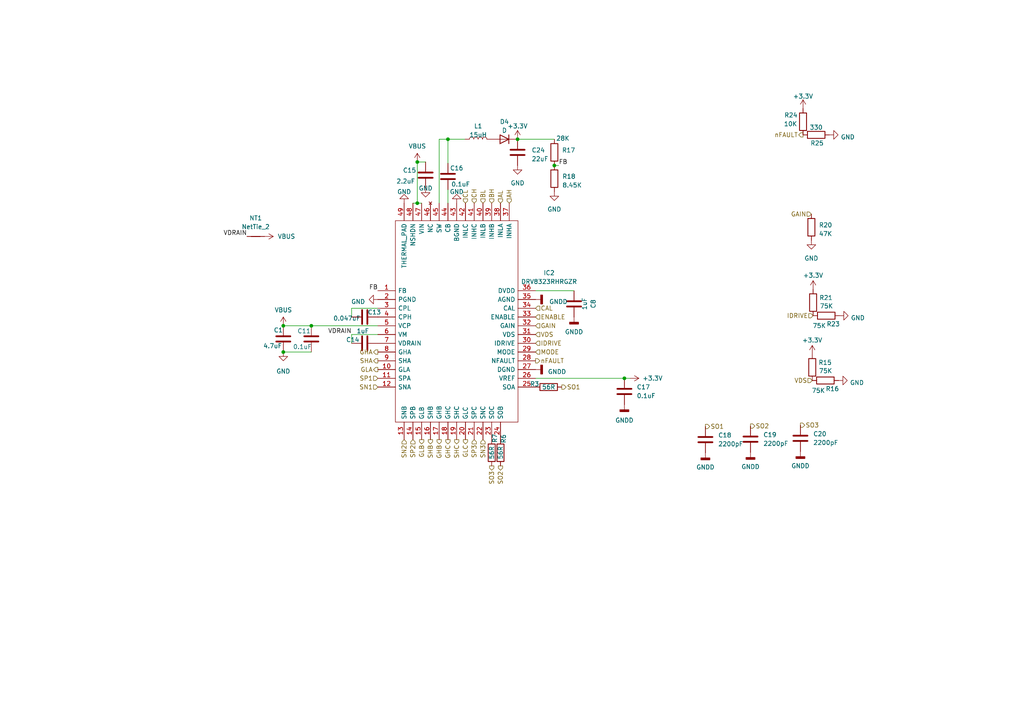
<source format=kicad_sch>
(kicad_sch (version 20221206) (generator eeschema)
  (paper "A4")
  (lib_symbols
    (symbol "+3.3V_1" (power) (pin_names (offset 0))
      (property "Value" "+3.3V_1" (at 0 3.556 0))
      (symbol "+3.3V_1_0_1"
        (polyline (pts (xy -0.762 1.27) (xy 0 2.54)))
        (polyline (pts (xy 0 0) (xy 0 2.54)))
        (polyline (pts (xy 0 2.54) (xy 0.762 1.27)))
      )
      (symbol "+3.3V_1_1_1"
        (pin power_in line (at 0 0 90) (length 0) hide (name "+3.3V") (number "1"))
      )
    )
    (symbol "+3.3V_2" (power) (pin_names (offset 0))
      (property "Value" "+3.3V_2" (at 0 3.556 0))
      (symbol "+3.3V_2_0_1"
        (polyline (pts (xy -0.762 1.27) (xy 0 2.54)))
        (polyline (pts (xy 0 0) (xy 0 2.54)))
        (polyline (pts (xy 0 2.54) (xy 0.762 1.27)))
      )
      (symbol "+3.3V_2_1_1"
        (pin power_in line (at 0 0 90) (length 0) hide (name "+3.3V") (number "1"))
      )
    )
    (symbol "+3.3V_3" (power) (pin_names (offset 0))
      (property "Value" "+3.3V_3" (at 0 3.556 0))
      (symbol "+3.3V_3_0_1"
        (polyline (pts (xy -0.762 1.27) (xy 0 2.54)))
        (polyline (pts (xy 0 0) (xy 0 2.54)))
        (polyline (pts (xy 0 2.54) (xy 0.762 1.27)))
      )
      (symbol "+3.3V_3_1_1"
        (pin power_in line (at 0 0 90) (length 0) hide (name "+3.3V") (number "1"))
      )
    )
    (symbol "DRV8323RHRGZR:DRV8323RHRGZR" (pin_names (offset 0.762))
      (property "Reference" "IC" (at 41.91 25.4 0))
      (property "Value" "DRV8323RHRGZR" (at 41.91 22.86 0))
      (symbol "DRV8323RHRGZR_0_0"
        (pin passive line (at 0 0 0) (length 5.08) (name "FB") (number "1"))
        (pin passive line (at 0 -22.86 0) (length 5.08) (name "GLA") (number "10"))
        (pin passive line (at 0 -25.4 0) (length 5.08) (name "SPA") (number "11"))
        (pin passive line (at 0 -27.94 0) (length 5.08) (name "SNA") (number "12"))
        (pin passive line (at 7.62 -43.18 90) (length 5.08) (name "SNB") (number "13"))
        (pin passive line (at 10.16 -43.18 90) (length 5.08) (name "SPB") (number "14"))
        (pin passive line (at 12.7 -43.18 90) (length 5.08) (name "GLB") (number "15"))
        (pin passive line (at 15.24 -43.18 90) (length 5.08) (name "SHB") (number "16"))
        (pin passive line (at 17.78 -43.18 90) (length 5.08) (name "GHB") (number "17"))
        (pin passive line (at 20.32 -43.18 90) (length 5.08) (name "GHC") (number "18"))
        (pin passive line (at 22.86 -43.18 90) (length 5.08) (name "SHC") (number "19"))
        (pin passive line (at 0 -2.54 0) (length 5.08) (name "PGND") (number "2"))
        (pin passive line (at 25.4 -43.18 90) (length 5.08) (name "GLC") (number "20"))
        (pin passive line (at 27.94 -43.18 90) (length 5.08) (name "SPC") (number "21"))
        (pin passive line (at 30.48 -43.18 90) (length 5.08) (name "SNC") (number "22"))
        (pin passive line (at 33.02 -43.18 90) (length 5.08) (name "SOC") (number "23"))
        (pin passive line (at 35.56 -43.18 90) (length 5.08) (name "SOB") (number "24"))
        (pin passive line (at 45.72 -27.94 180) (length 5.08) (name "SOA") (number "25"))
        (pin passive line (at 45.72 -25.4 180) (length 5.08) (name "VREF") (number "26"))
        (pin passive line (at 45.72 -22.86 180) (length 5.08) (name "DGND") (number "27"))
        (pin passive line (at 45.72 -20.32 180) (length 5.08) (name "NFAULT") (number "28"))
        (pin passive line (at 45.72 -17.78 180) (length 5.08) (name "MODE") (number "29"))
        (pin passive line (at 0 -5.08 0) (length 5.08) (name "CPL") (number "3"))
        (pin passive line (at 45.72 -15.24 180) (length 5.08) (name "IDRIVE") (number "30"))
        (pin passive line (at 45.72 -12.7 180) (length 5.08) (name "VDS") (number "31"))
        (pin passive line (at 45.72 -10.16 180) (length 5.08) (name "GAIN") (number "32"))
        (pin passive line (at 45.72 -7.62 180) (length 5.08) (name "ENABLE") (number "33"))
        (pin passive line (at 45.72 -5.08 180) (length 5.08) (name "CAL") (number "34"))
        (pin passive line (at 45.72 -2.54 180) (length 5.08) (name "AGND") (number "35"))
        (pin passive line (at 45.72 0 180) (length 5.08) (name "DVDD") (number "36"))
        (pin passive line (at 38.1 25.4 270) (length 5.08) (name "INHA") (number "37"))
        (pin passive line (at 35.56 25.4 270) (length 5.08) (name "INLA") (number "38"))
        (pin passive line (at 33.02 25.4 270) (length 5.08) (name "INHB") (number "39"))
        (pin passive line (at 0 -7.62 0) (length 5.08) (name "CPH") (number "4"))
        (pin passive line (at 30.48 25.4 270) (length 5.08) (name "INLB") (number "40"))
        (pin passive line (at 27.94 25.4 270) (length 5.08) (name "INHC") (number "41"))
        (pin passive line (at 25.4 25.4 270) (length 5.08) (name "INLC") (number "42"))
        (pin passive line (at 22.86 25.4 270) (length 5.08) (name "BGND") (number "43"))
        (pin passive line (at 20.32 25.4 270) (length 5.08) (name "CB") (number "44"))
        (pin passive line (at 17.78 25.4 270) (length 5.08) (name "SW") (number "45"))
        (pin no_connect line (at 15.24 25.4 270) (length 5.08) (name "NC") (number "46"))
        (pin passive line (at 12.7 25.4 270) (length 5.08) (name "VIN") (number "47"))
        (pin passive line (at 10.16 25.4 270) (length 5.08) (name "NSHDN") (number "48"))
        (pin passive line (at 7.62 25.4 270) (length 5.08) (name "THERMAL_PAD") (number "49"))
        (pin passive line (at 0 -10.16 0) (length 5.08) (name "VCP") (number "5"))
        (pin passive line (at 0 -12.7 0) (length 5.08) (name "VM") (number "6"))
        (pin passive line (at 0 -15.24 0) (length 5.08) (name "VDRAIN") (number "7"))
        (pin passive line (at 0 -17.78 0) (length 5.08) (name "GHA") (number "8"))
        (pin passive line (at 0 -20.32 0) (length 5.08) (name "SHA") (number "9"))
      )
      (symbol "DRV8323RHRGZR_0_1"
        (polyline (pts (xy 5.08 20.32) (xy 40.64 20.32) (xy 40.64 -38.1) (xy 5.08 -38.1) (xy 5.08 20.32)) (stroke (width 0.1524)))
      )
    )
    (symbol "Device:C" (pin_numbers hide) (pin_names (offset 0.254))
      (property "Reference" "C" (at 0.635 2.54 0))
      (property "Value" "C" (at 0.635 -2.54 0))
      (symbol "C_0_1"
        (polyline (pts (xy -2.032 -0.762) (xy 2.032 -0.762)) (stroke (width 0.508)))
        (polyline (pts (xy -2.032 0.762) (xy 2.032 0.762)) (stroke (width 0.508)))
      )
      (symbol "C_1_1"
        (pin passive line (at 0 3.81 270) (length 2.794) (name "~") (number "1"))
        (pin passive line (at 0 -3.81 90) (length 2.794) (name "~") (number "2"))
      )
    )
    (symbol "Device:D" (pin_numbers hide) (pin_names (offset 1.016) hide)
      (property "Reference" "D" (at 0 2.54 0))
      (property "Value" "D" (at 0 -2.54 0))
      (symbol "D_0_1"
        (polyline (pts (xy -1.27 1.27) (xy -1.27 -1.27)) (stroke (width 0.254)))
        (polyline (pts (xy 1.27 0) (xy -1.27 0)))
        (polyline (pts (xy 1.27 1.27) (xy 1.27 -1.27) (xy -1.27 0) (xy 1.27 1.27)) (stroke (width 0.254)))
      )
      (symbol "D_1_1"
        (pin passive line (at -3.81 0 0) (length 2.54) (name "K") (number "1"))
        (pin passive line (at 3.81 0 180) (length 2.54) (name "A") (number "2"))
      )
    )
    (symbol "Device:L" (pin_numbers hide) (pin_names (offset 1.016) hide)
      (property "Reference" "L" (at -1.27 0 90))
      (property "Value" "L" (at 1.905 0 90))
      (symbol "L_0_1"
        (arc (start 0 -2.54) (mid 0.6323 -1.905) (end 0 -1.27))
        (arc (start 0 -1.27) (mid 0.6323 -0.635) (end 0 0))
        (arc (start 0 0) (mid 0.6323 0.635) (end 0 1.27))
        (arc (start 0 1.27) (mid 0.6323 1.905) (end 0 2.54))
      )
      (symbol "L_1_1"
        (pin passive line (at 0 3.81 270) (length 1.27) (name "1") (number "1"))
        (pin passive line (at 0 -3.81 90) (length 1.27) (name "2") (number "2"))
      )
    )
    (symbol "Device:NetTie_2" (pin_numbers hide) (pin_names (offset 0) hide)
      (property "Reference" "NT" (at 0 1.27 0))
      (property "Value" "NetTie_2" (at 0 -1.27 0))
      (symbol "NetTie_2_0_1"
        (polyline (pts (xy -1.27 0) (xy 1.27 0)) (stroke (width 0.254)))
      )
      (symbol "NetTie_2_1_1"
        (pin passive line (at -2.54 0 0) (length 2.54) (name "1") (number "1"))
        (pin passive line (at 2.54 0 180) (length 2.54) (name "2") (number "2"))
      )
    )
    (symbol "Device:R" (pin_numbers hide) (pin_names (offset 0))
      (property "Reference" "R" (at 2.032 0 90))
      (property "Value" "R" (at 0 0 90))
      (symbol "R_0_1"
        (rectangle (start -1.016 -2.54) (end 1.016 2.54) (stroke (width 0.254)))
      )
      (symbol "R_1_1"
        (pin passive line (at 0 3.81 270) (length 1.27) (name "~") (number "1"))
        (pin passive line (at 0 -3.81 90) (length 1.27) (name "~") (number "2"))
      )
    )
    (symbol "GND_1" (power) (pin_names (offset 0))
      (property "Value" "GND_1" (at 0 -3.81 0))
      (symbol "GND_1_0_1"
        (polyline (pts (xy 0 0) (xy 0 -1.27) (xy 1.27 -1.27) (xy 0 -2.54) (xy -1.27 -1.27) (xy 0 -1.27)))
      )
      (symbol "GND_1_1_1"
        (pin power_in line (at 0 0 270) (length 0) hide (name "GND") (number "1"))
      )
    )
    (symbol "GND_2" (power) (pin_names (offset 0))
      (property "Value" "GND_2" (at 0 -3.81 0))
      (symbol "GND_2_0_1"
        (polyline (pts (xy 0 0) (xy 0 -1.27) (xy 1.27 -1.27) (xy 0 -2.54) (xy -1.27 -1.27) (xy 0 -1.27)))
      )
      (symbol "GND_2_1_1"
        (pin power_in line (at 0 0 270) (length 0) hide (name "GND") (number "1"))
      )
    )
    (symbol "GND_3" (power) (pin_names (offset 0))
      (property "Value" "GND_3" (at 0 -3.81 0))
      (symbol "GND_3_0_1"
        (polyline (pts (xy 0 0) (xy 0 -1.27) (xy 1.27 -1.27) (xy 0 -2.54) (xy -1.27 -1.27) (xy 0 -1.27)))
      )
      (symbol "GND_3_1_1"
        (pin power_in line (at 0 0 270) (length 0) hide (name "GND") (number "1"))
      )
    )
    (symbol "GND_4" (power) (pin_names (offset 0))
      (property "Value" "GND_4" (at 0 -3.81 0))
      (symbol "GND_4_0_1"
        (polyline (pts (xy 0 0) (xy 0 -1.27) (xy 1.27 -1.27) (xy 0 -2.54) (xy -1.27 -1.27) (xy 0 -1.27)))
      )
      (symbol "GND_4_1_1"
        (pin power_in line (at 0 0 270) (length 0) hide (name "GND") (number "1"))
      )
    )
    (symbol "GND_5" (power) (pin_names (offset 0))
      (property "Value" "GND_5" (at 0 -3.81 0))
      (symbol "GND_5_0_1"
        (polyline (pts (xy 0 0) (xy 0 -1.27) (xy 1.27 -1.27) (xy 0 -2.54) (xy -1.27 -1.27) (xy 0 -1.27)))
      )
      (symbol "GND_5_1_1"
        (pin power_in line (at 0 0 270) (length 0) hide (name "GND") (number "1"))
      )
    )
    (symbol "GND_6" (power) (pin_names (offset 0))
      (property "Value" "GND_6" (at 0 -3.81 0))
      (symbol "GND_6_0_1"
        (polyline (pts (xy 0 0) (xy 0 -1.27) (xy 1.27 -1.27) (xy 0 -2.54) (xy -1.27 -1.27) (xy 0 -1.27)))
      )
      (symbol "GND_6_1_1"
        (pin power_in line (at 0 0 270) (length 0) hide (name "GND") (number "1"))
      )
    )
    (symbol "power:+3.3V" (power) (pin_names (offset 0))
      (property "Value" "+3.3V" (at 0 3.556 0))
      (symbol "+3.3V_0_1"
        (polyline (pts (xy -0.762 1.27) (xy 0 2.54)))
        (polyline (pts (xy 0 0) (xy 0 2.54)))
        (polyline (pts (xy 0 2.54) (xy 0.762 1.27)))
      )
      (symbol "+3.3V_1_1"
        (pin power_in line (at 0 0 90) (length 0) hide (name "+3.3V") (number "1"))
      )
    )
    (symbol "power:GND" (power) (pin_names (offset 0))
      (property "Value" "GND" (at 0 -3.81 0))
      (symbol "GND_0_1"
        (polyline (pts (xy 0 0) (xy 0 -1.27) (xy 1.27 -1.27) (xy 0 -2.54) (xy -1.27 -1.27) (xy 0 -1.27)))
      )
      (symbol "GND_1_1"
        (pin power_in line (at 0 0 270) (length 0) hide (name "GND") (number "1"))
      )
    )
    (symbol "power:GNDD" (power) (pin_names (offset 0))
      (property "Value" "GNDD" (at 0 -3.175 0))
      (symbol "GNDD_0_1"
        (rectangle (start -1.27 -1.524) (end 1.27 -2.032) (stroke (width 0.254)) (fill (type outline)))
        (polyline (pts (xy 0 0) (xy 0 -1.524)))
      )
      (symbol "GNDD_1_1"
        (pin power_in line (at 0 0 270) (length 0) hide (name "GNDD") (number "1"))
      )
    )
    (symbol "power:VBUS" (power) (pin_names (offset 0))
      (property "Value" "VBUS" (at 0 3.81 0))
      (symbol "VBUS_0_1"
        (polyline (pts (xy -0.762 1.27) (xy 0 2.54)))
        (polyline (pts (xy 0 0) (xy 0 2.54)))
        (polyline (pts (xy 0 2.54) (xy 0.762 1.27)))
      )
      (symbol "VBUS_1_1"
        (pin power_in line (at 0 0 90) (length 0) hide (name "VBUS") (number "1"))
      )
    )
  )
  (junction (at 82.169 102.108))
  (junction (at 82.169 94.488))
  (junction (at 121.031 58.928))
  (junction (at 160.782 48.006))
  (junction (at 181.102 109.728))
  (junction (at 129.921 40.386))
  (junction (at 90.297 94.488))
  (junction (at 150.114 40.386))
  (junction (at 121.031 46.99))
  (wire (pts (xy 129.921 47.371) (xy 129.921 40.386)))
  (wire (pts (xy 121.031 46.99) (xy 123.444 46.99)))
  (wire (pts (xy 119.761 58.928) (xy 121.031 58.928)))
  (wire (pts (xy 127.381 40.386) (xy 129.921 40.386)))
  (wire (pts (xy 155.321 109.728) (xy 181.102 109.728)))
  (wire (pts (xy 166.497 84.328) (xy 155.321 84.328)))
  (wire (pts (xy 101.981 89.408) (xy 101.981 91.948)))
  (wire (pts (xy 129.921 40.386) (xy 134.874 40.386)))
  (wire (pts (xy 101.981 99.568) (xy 101.981 97.028)))
  (wire (pts (xy 181.102 109.728) (xy 182.753 109.728)))
  (wire (pts (xy 150.114 40.386) (xy 160.782 40.386)))
  (wire (pts (xy 82.169 94.488) (xy 90.297 94.488)))
  (wire (pts (xy 121.031 58.928) (xy 122.301 58.928)))
  (wire (pts (xy 82.169 102.108) (xy 90.297 102.108)))
  (wire (pts (xy 160.782 48.006) (xy 162.052 48.006)))
  (wire (pts (xy 101.981 97.028) (xy 109.601 97.028)))
  (wire (pts (xy 129.921 54.991) (xy 129.921 58.928)))
  (wire (pts (xy 127.381 58.928) (xy 127.381 40.386)))
  (wire (pts (xy 121.031 58.928) (xy 121.031 46.99)))
  (wire (pts (xy 90.297 94.488) (xy 109.601 94.488)))
  (wire (pts (xy 109.601 89.408) (xy 101.981 89.408)))
  (label "VDRAIN" (at 101.981 97.028 180))
  (label "VDRAIN" (at 71.628 68.58 180))
  (label "FB" (at 162.052 48.006 0))
  (label "FB" (at 109.601 84.328 180))
  (hierarchical_label "SP1" (shape input) (at 109.601 109.728 180))
  (hierarchical_label "SN3" (shape input) (at 140.081 127.508 270))
  (hierarchical_label "CAL" (shape input) (at 155.321 89.408 0))
  (hierarchical_label "SO1" (shape output) (at 204.597 123.698 0))
  (hierarchical_label "GLA" (shape output) (at 109.601 107.188 180))
  (hierarchical_label "AL" (shape input) (at 145.161 58.928 90))
  (hierarchical_label "nFAULT" (shape output) (at 232.918 39.116 180))
  (hierarchical_label "BH" (shape input) (at 142.621 58.928 90))
  (hierarchical_label "GLB" (shape output) (at 122.301 127.508 270))
  (hierarchical_label "nFAULT" (shape output) (at 155.321 104.648 0))
  (hierarchical_label "GAIN" (shape input) (at 155.321 94.488 0))
  (hierarchical_label "BL" (shape input) (at 140.081 58.928 90))
  (hierarchical_label "GHA" (shape output) (at 109.601 102.108 180))
  (hierarchical_label "SHC" (shape output) (at 132.461 127.508 270))
  (hierarchical_label "VDS" (shape input) (at 155.321 97.028 0))
  (hierarchical_label "ENABLE" (shape input) (at 155.321 91.948 0))
  (hierarchical_label "MODE" (shape input) (at 155.321 102.108 0))
  (hierarchical_label "SHB" (shape output) (at 124.841 127.508 270))
  (hierarchical_label "IDRIVE" (shape input) (at 235.839 91.567 180))
  (hierarchical_label "GAIN" (shape input) (at 235.331 62.103 180))
  (hierarchical_label "IDRIVE" (shape input) (at 155.321 99.568 0))
  (hierarchical_label "GHC" (shape output) (at 129.921 127.508 270))
  (hierarchical_label "AH" (shape input) (at 147.701 58.928 90))
  (hierarchical_label "SHA" (shape output) (at 109.601 104.648 180))
  (hierarchical_label "SO2" (shape output) (at 145.161 135.128 270))
  (hierarchical_label "CH" (shape input) (at 137.541 58.928 90))
  (hierarchical_label "SO3" (shape output) (at 142.621 135.128 270))
  (hierarchical_label "SP2" (shape input) (at 119.761 127.508 270))
  (hierarchical_label "SO1" (shape output) (at 162.941 112.268 0))
  (hierarchical_label "SO3" (shape output) (at 232.156 123.317 0))
  (hierarchical_label "SP3" (shape input) (at 137.541 127.508 270))
  (hierarchical_label "GHB" (shape output) (at 127.381 127.508 270))
  (hierarchical_label "GLC" (shape output) (at 135.001 127.508 270))
  (hierarchical_label "SO2" (shape output) (at 217.678 123.571 0))
  (hierarchical_label "VDS" (shape input) (at 235.585 110.363 180))
  (hierarchical_label "SN1" (shape input) (at 109.601 112.268 180))
  (hierarchical_label "CL" (shape input) (at 135.001 58.928 90))
  (hierarchical_label "SN2" (shape input) (at 117.221 127.508 270))
  (symbol (lib_id "Device:C") (at 217.678 127.381 0) (unit 1)
    (property "Reference" "C19" (at 221.361 126.1109 0) (effects (justify left)))
    (property "Value" "2200pF" (at 221.361 128.6509 0) (effects (justify left)))
    (property "Footprint" "Capacitor_SMD:C_0402_1005Metric" (effects hide))
  )
  (symbol (lib_id "power:GNDD") (at 181.102 117.348 0) (unit 1)
    (property "Reference" "#PWR018" (effects hide))
    (property "Value" "GNDD" (at 181.102 121.92 0))
  )
  (symbol (lib_id "Device:R") (at 160.782 51.816 0) (unit 1)
    (property "Reference" "R18" (at 163.068 51.181 0) (effects (justify left)))
    (property "Value" "8.45K" (at 163.068 53.721 0) (effects (justify left)))
    (property "Footprint" "Resistor_SMD:R_0402_1005Metric" (effects hide))
  )
  (symbol (lib_name "GND_5") (lib_id "power:GND") (at 150.114 48.006 0) (unit 1)
    (property "Reference" "#PWR046" (effects hide))
    (property "Value" "GND" (at 150.114 53.086 0))
  )
  (symbol (lib_id "power:VBUS") (at 76.708 68.58 270) (unit 1)
    (property "Reference" "#PWR0134" (effects hide))
    (property "Value" "VBUS" (at 80.518 68.5799 90) (effects (justify left)))
  )
  (symbol (lib_id "DRV8323RHRGZR:DRV8323RHRGZR") (at 109.601 84.328 0) (unit 1)
    (property "Reference" "IC2" (at 159.258 79.1463 0))
    (property "Value" "DRV8323RHRGZR" (at 159.258 81.6863 0))
    (property "Footprint" "DRV8323:QFN50P700X700X100-49N-D" (effects hide))
    (property "Datasheet" "http://www.ti.com/lit/gpn/drv8323r" (effects hide))
    (property "Description" "60V Three-Phase Smart Gate Driver With Buck Regulator and Three Current Shunt Amplifiers" (effects hide))
    (property "Height" "1" (effects hide))
    (property "Manufacturer_Name" "Texas Instruments" (effects hide))
    (property "Manufacturer_Part_Number" "DRV8323RHRGZR" (effects hide))
    (property "Mouser Part Number" "595-DRV8323RHRGZR" (effects hide))
    (property "Mouser Price/Stock" "https://www.mouser.co.uk/ProductDetail/Texas-Instruments/DRV8323RHRGZR?qs=Mv7BduZupUj%2FALPfD5cVcg%3D%3D" (effects hide))
    (property "Arrow Part Number" "DRV8323RHRGZR" (effects hide))
    (property "Arrow Price/Stock" "https://www.arrow.com/en/products/drv8323rhrgzr/texas-instruments?region=nac" (effects hide))
  )
  (symbol (lib_name "+3.3V_1") (lib_id "power:+3.3V") (at 235.839 83.947 0) (unit 1)
    (property "Reference" "#PWR034" (effects hide))
    (property "Value" "+3.3V" (at 235.839 79.883 0))
  )
  (symbol (lib_id "Device:R") (at 145.161 131.318 0) (unit 1)
    (property "Reference" "R6" (at 146.05 127.254 90))
    (property "Value" "56R" (at 145.161 131.318 90))
    (property "Footprint" "Resistor_SMD:R_0402_1005Metric" (effects hide))
  )
  (symbol (lib_id "Device:C") (at 105.791 99.568 90) (unit 1)
    (property "Reference" "C14" (at 104.267 98.552 90) (effects (justify left)))
    (property "Value" "1uF" (at 107.061 96.012 90) (effects (justify left)))
    (property "Footprint" "Capacitor_SMD:C_0402_1005Metric" (effects hide))
  )
  (symbol (lib_id "Device:R") (at 235.585 106.553 0) (unit 1)
    (property "Reference" "R15" (at 237.363 105.156 0) (effects (justify left)))
    (property "Value" "75K" (at 237.49 107.569 0) (effects (justify left)))
    (property "Footprint" "Resistor_SMD:R_0402_1005Metric" (effects hide))
  )
  (symbol (lib_name "GND_4") (lib_id "power:GND") (at 123.444 54.61 0) (unit 1)
    (property "Reference" "#PWR041" (effects hide))
    (property "Value" "GND" (at 123.444 54.61 0))
  )
  (symbol (lib_name "GND_2") (lib_id "power:GND") (at 243.205 110.363 90) (unit 1)
    (property "Reference" "#PWR020" (effects hide))
    (property "Value" "GND" (at 246.507 110.998 90) (effects (justify right)))
  )
  (symbol (lib_id "Device:R") (at 236.728 39.116 90) (unit 1)
    (property "Reference" "R25" (at 236.982 41.529 90))
    (property "Value" "330" (at 236.728 36.957 90))
    (property "Footprint" "Resistor_SMD:R_0402_1005Metric" (effects hide))
  )
  (symbol (lib_id "power:GNDD") (at 166.497 91.948 0) (unit 1)
    (property "Reference" "#PWR049" (effects hide))
    (property "Value" "GNDD" (at 166.497 96.266 0))
  )
  (symbol (lib_id "power:GNDD") (at 204.597 131.318 0) (unit 1)
    (property "Reference" "#PWR050" (effects hide))
    (property "Value" "GNDD" (at 204.597 135.509 0))
    (instances (project "esp-bldc-foc" (path "" (reference "#PWR050") (unit 1)) (path "" (reference "#PWR076") (unit 1))))
  )
  (symbol (lib_id "Device:R") (at 142.621 131.318 0) (unit 1)
    (property "Reference" "R7" (at 143.51 127.127 90))
    (property "Value" "56R" (at 142.621 131.318 90))
    (property "Footprint" "Resistor_SMD:R_0402_1005Metric" (effects hide))
  )
  (symbol (lib_id "Device:C") (at 90.297 98.298 0) (unit 1)
    (property "Reference" "C11" (at 86.233 96.012 0) (effects (justify left)))
    (property "Value" "0.1uF" (at 84.963 100.584 0) (effects (justify left)))
    (property "Footprint" "Capacitor_SMD:C_0402_1005Metric" (effects hide))
  )
  (symbol (lib_id "power:+3.3V") (at 182.753 109.728 270) (unit 1)
    (property "Reference" "#PWR0129" (effects hide))
    (property "Value" "+3.3V" (at 186.309 109.7279 90) (effects (justify left)))
  )
  (symbol (lib_name "GND_2") (lib_id "power:GND") (at 240.538 39.116 90) (unit 1)
    (property "Reference" "#PWR063" (effects hide))
    (property "Value" "GND" (at 243.84 39.751 90) (effects (justify right)))
  )
  (symbol (lib_name "GND_3") (lib_id "power:GND") (at 117.221 58.928 180) (unit 1)
    (property "Reference" "#PWR031" (effects hide))
    (property "Value" "GND" (at 117.221 55.626 0))
  )
  (symbol (lib_id "Device:R") (at 239.649 91.567 90) (unit 1)
    (property "Reference" "R23" (at 241.681 93.98 90))
    (property "Value" "75K" (at 237.617 94.488 90))
    (property "Footprint" "Resistor_SMD:R_0402_1005Metric" (effects hide))
  )
  (symbol (lib_id "Device:NetTie_2") (at 74.168 68.58 0) (unit 1)
    (property "Reference" "NT1" (at 74.168 63.246 0))
    (property "Value" "NetTie_2" (at 74.168 65.786 0))
    (property "Footprint" "NetTie:NetTie-2_SMD_Pad0.5mm" (effects hide))
  )
  (symbol (lib_id "Device:R") (at 239.395 110.363 90) (unit 1)
    (property "Reference" "R16" (at 241.427 112.776 90))
    (property "Value" "75K" (at 237.363 113.284 90))
    (property "Footprint" "Resistor_SMD:R_0402_1005Metric" (effects hide))
  )
  (symbol (lib_id "power:VBUS") (at 121.031 46.99 0) (unit 1)
    (property "Reference" "#PWR074" (effects hide))
    (property "Value" "VBUS" (at 121.031 42.418 0))
  )
  (symbol (lib_id "Device:D") (at 146.304 40.386 180) (unit 1)
    (property "Reference" "D4" (at 146.304 35.306 0))
    (property "Value" "D" (at 146.304 37.846 0))
    (property "Footprint" "Diode_SMD:D_0603_1608Metric" (effects hide))
  )
  (symbol (lib_id "Device:R") (at 159.131 112.268 90) (unit 1)
    (property "Reference" "R3" (at 155.067 111.379 90))
    (property "Value" "56R" (at 159.131 112.268 90))
    (property "Footprint" "Resistor_SMD:R_0402_1005Metric" (effects hide))
  )
  (symbol (lib_id "power:GND") (at 82.169 102.108 0) (unit 1)
    (property "Reference" "#PWR0133" (effects hide))
    (property "Value" "GND" (at 82.169 107.696 0))
  )
  (symbol (lib_id "Device:L") (at 138.684 40.386 90) (unit 1)
    (property "Reference" "L1" (at 138.684 36.576 90))
    (property "Value" "15uH" (at 138.684 39.116 90))
    (property "Footprint" "Inductor_SMD:L_0805_2012Metric" (effects hide))
  )
  (symbol (lib_id "Device:C") (at 105.791 91.948 90) (unit 1)
    (property "Reference" "C13" (at 108.585 90.551 90))
    (property "Value" "0.047uF" (at 100.584 92.329 90))
    (property "Footprint" "Capacitor_SMD:C_0402_1005Metric" (effects hide))
  )
  (symbol (lib_id "power:GNDD") (at 155.321 107.188 90) (unit 1)
    (property "Reference" "#PWR039" (effects hide))
    (property "Value" "GNDD" (at 158.877 107.823 90) (effects (justify right)))
  )
  (symbol (lib_id "power:GNDD") (at 232.156 130.937 0) (unit 1)
    (property "Reference" "#PWR050" (effects hide))
    (property "Value" "GNDD" (at 232.156 135.128 0))
    (instances (project "esp-bldc-foc" (path "" (reference "#PWR050") (unit 1)) (path "" (reference "#PWR080") (unit 1))))
  )
  (symbol (lib_name "+3.3V_2") (lib_id "power:+3.3V") (at 150.114 40.386 0) (unit 1)
    (property "Reference" "#PWR045" (effects hide))
    (property "Value" "+3.3V" (at 150.114 36.576 0))
  )
  (symbol (lib_id "power:GNDD") (at 217.678 131.191 0) (unit 1)
    (property "Reference" "#PWR050" (effects hide))
    (property "Value" "GNDD" (at 217.678 135.382 0))
    (instances (project "esp-bldc-foc" (path "" (reference "#PWR050") (unit 1)) (path "" (reference "#PWR078") (unit 1))))
  )
  (symbol (lib_id "Device:C") (at 129.921 51.181 0) (unit 1)
    (property "Reference" "C16" (at 130.5052 48.768 0) (effects (justify left)))
    (property "Value" "0.1uF" (at 130.8608 53.4416 0) (effects (justify left)))
    (property "Footprint" "Capacitor_SMD:C_0402_1005Metric" (effects hide))
  )
  (symbol (lib_id "Device:C") (at 150.114 44.196 0) (unit 1)
    (property "Reference" "C24" (at 154.178 43.561 0) (effects (justify left)))
    (property "Value" "22uF" (at 154.178 46.101 0) (effects (justify left)))
    (property "Footprint" "Capacitor_SMD:C_0805_2012Metric" (effects hide))
  )
  (symbol (lib_id "Device:C") (at 204.597 127.508 0) (unit 1)
    (property "Reference" "C18" (at 208.28 126.2379 0) (effects (justify left)))
    (property "Value" "2200pF" (at 208.28 128.7779 0) (effects (justify left)))
    (property "Footprint" "Capacitor_SMD:C_0402_1005Metric" (effects hide))
  )
  (symbol (lib_id "Device:R") (at 232.918 35.306 0) (unit 1)
    (property "Reference" "R24" (at 227.457 33.401 0) (effects (justify left)))
    (property "Value" "10K" (at 227.33 35.941 0) (effects (justify left)))
    (property "Footprint" "Resistor_SMD:R_0402_1005Metric" (effects hide))
  )
  (symbol (lib_id "Device:R") (at 235.331 65.913 0) (unit 1)
    (property "Reference" "R20" (at 237.49 65.278 0) (effects (justify left)))
    (property "Value" "47K" (at 237.49 67.818 0) (effects (justify left)))
    (property "Footprint" "Resistor_SMD:R_0402_1005Metric" (effects hide))
  )
  (symbol (lib_id "power:GNDD") (at 155.321 86.868 90) (unit 1)
    (property "Reference" "#PWR048" (effects hide))
    (property "Value" "GNDD" (at 159.258 87.503 90) (effects (justify right)))
  )
  (symbol (lib_id "Device:C") (at 123.444 50.8 0) (unit 1)
    (property "Reference" "C15" (at 116.84 49.403 0) (effects (justify left)))
    (property "Value" "2.2uF" (at 114.935 52.578 0) (effects (justify left)))
    (property "Footprint" "Capacitor_SMD:C_0402_1005Metric" (effects hide))
  )
  (symbol (lib_name "GND_3") (lib_id "power:GND") (at 109.601 86.868 270) (unit 1)
    (property "Reference" "#PWR044" (effects hide))
    (property "Value" "GND" (at 105.918 87.503 90) (effects (justify right)))
  )
  (symbol (lib_id "Device:C") (at 232.156 127.127 0) (unit 1)
    (property "Reference" "C20" (at 235.839 125.8569 0) (effects (justify left)))
    (property "Value" "2200pF" (at 235.839 128.3969 0) (effects (justify left)))
    (property "Footprint" "Capacitor_SMD:C_0402_1005Metric" (effects hide))
  )
  (symbol (lib_id "Device:R") (at 235.839 87.757 0) (unit 1)
    (property "Reference" "R21" (at 237.617 86.36 0) (effects (justify left)))
    (property "Value" "75K" (at 237.744 88.773 0) (effects (justify left)))
    (property "Footprint" "Resistor_SMD:R_0402_1005Metric" (effects hide))
  )
  (symbol (lib_name "GND_3") (lib_id "power:GND") (at 132.461 58.928 180) (unit 1)
    (property "Reference" "#PWR043" (effects hide))
    (property "Value" "GND" (at 132.461 55.626 0))
  )
  (symbol (lib_id "Device:C") (at 82.169 98.298 0) (unit 1)
    (property "Reference" "C1" (at 79.375 95.758 0) (effects (justify left)))
    (property "Value" "4.7uF" (at 76.327 100.33 0) (effects (justify left)))
    (property "Footprint" "Capacitor_SMD:C_0805_2012Metric" (effects hide))
  )
  (symbol (lib_id "Device:C") (at 166.497 88.138 0) (unit 1)
    (property "Reference" "C8" (at 172.085 88.138 90))
    (property "Value" "1uF" (at 169.545 88.138 90))
    (property "Footprint" "Capacitor_SMD:C_0402_1005Metric" (effects hide))
  )
  (symbol (lib_id "Device:R") (at 160.782 44.196 0) (unit 1)
    (property "Reference" "R17" (at 162.9664 43.561 0) (effects (justify left)))
    (property "Value" "28K" (at 161.29 40.132 0) (effects (justify left)))
    (property "Footprint" "Resistor_SMD:R_0402_1005Metric" (effects hide))
  )
  (symbol (lib_name "+3.3V_3") (lib_id "power:+3.3V") (at 232.918 31.496 0) (unit 1)
    (property "Reference" "#PWR024" (effects hide))
    (property "Value" "+3.3V" (at 232.918 27.94 0))
  )
  (symbol (lib_name "GND_2") (lib_id "power:GND") (at 243.459 91.567 90) (unit 1)
    (property "Reference" "#PWR022" (effects hide))
    (property "Value" "GND" (at 246.761 92.202 90) (effects (justify right)))
  )
  (symbol (lib_id "power:VBUS") (at 82.169 94.488 0) (unit 1)
    (property "Reference" "#PWR052" (effects hide))
    (property "Value" "VBUS" (at 82.169 89.916 0))
  )
  (symbol (lib_name "GND_1") (lib_id "power:GND") (at 235.331 69.723 0) (unit 1)
    (property "Reference" "#PWR021" (effects hide))
    (property "Value" "GND" (at 235.331 74.93 0))
  )
  (symbol (lib_id "Device:C") (at 181.102 113.538 0) (unit 1)
    (property "Reference" "C17" (at 184.658 112.2679 0) (effects (justify left)))
    (property "Value" "0.1uF" (at 184.658 114.8079 0) (effects (justify left)))
    (property "Footprint" "Capacitor_SMD:C_0402_1005Metric" (effects hide))
  )
  (symbol (lib_name "+3.3V_1") (lib_id "power:+3.3V") (at 235.585 102.743 0) (unit 1)
    (property "Reference" "#PWR033" (effects hide))
    (property "Value" "+3.3V" (at 235.585 98.679 0))
  )
  (symbol (lib_name "GND_6") (lib_id "power:GND") (at 160.782 55.626 0) (unit 1)
    (property "Reference" "#PWR047" (effects hide))
    (property "Value" "GND" (at 160.782 60.706 0))
  )
)
</source>
